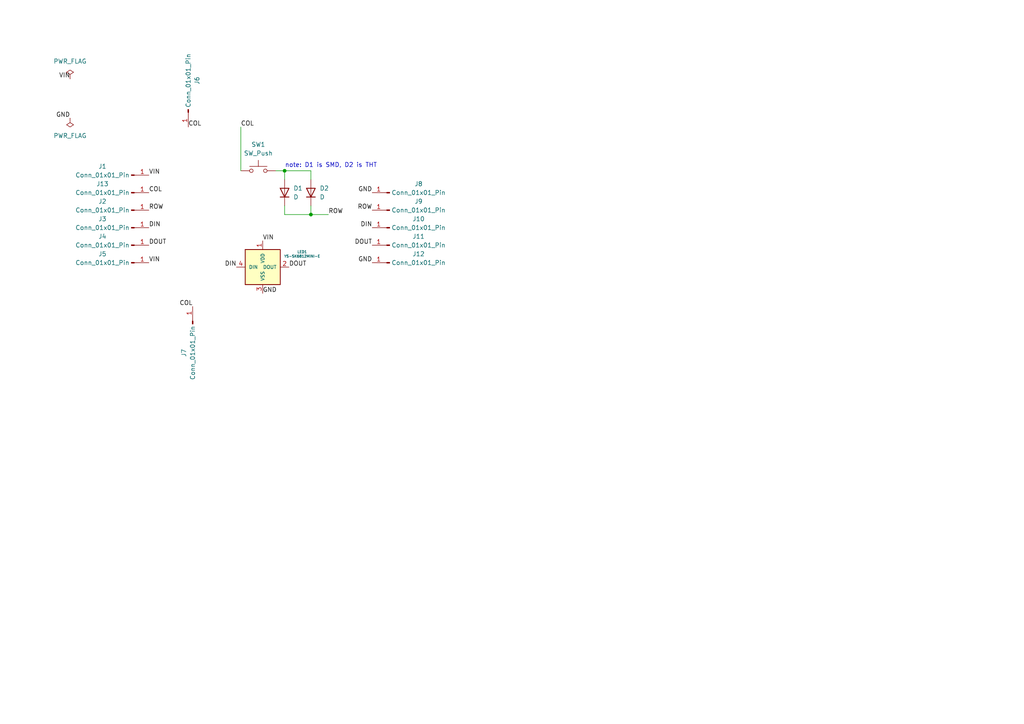
<source format=kicad_sch>
(kicad_sch
	(version 20231120)
	(generator "eeschema")
	(generator_version "8.0")
	(uuid "c8a42506-5122-4a95-8f41-6f18b2ccd900")
	(paper "A4")
	(lib_symbols
		(symbol "Connector:Conn_01x01_Pin"
			(pin_names
				(offset 1.016) hide)
			(exclude_from_sim no)
			(in_bom yes)
			(on_board yes)
			(property "Reference" "J"
				(at 0 2.54 0)
				(effects
					(font
						(size 1.27 1.27)
					)
				)
			)
			(property "Value" "Conn_01x01_Pin"
				(at 0 -2.54 0)
				(effects
					(font
						(size 1.27 1.27)
					)
				)
			)
			(property "Footprint" ""
				(at 0 0 0)
				(effects
					(font
						(size 1.27 1.27)
					)
					(hide yes)
				)
			)
			(property "Datasheet" "~"
				(at 0 0 0)
				(effects
					(font
						(size 1.27 1.27)
					)
					(hide yes)
				)
			)
			(property "Description" "Generic connector, single row, 01x01, script generated"
				(at 0 0 0)
				(effects
					(font
						(size 1.27 1.27)
					)
					(hide yes)
				)
			)
			(property "ki_locked" ""
				(at 0 0 0)
				(effects
					(font
						(size 1.27 1.27)
					)
				)
			)
			(property "ki_keywords" "connector"
				(at 0 0 0)
				(effects
					(font
						(size 1.27 1.27)
					)
					(hide yes)
				)
			)
			(property "ki_fp_filters" "Connector*:*_1x??_*"
				(at 0 0 0)
				(effects
					(font
						(size 1.27 1.27)
					)
					(hide yes)
				)
			)
			(symbol "Conn_01x01_Pin_1_1"
				(polyline
					(pts
						(xy 1.27 0) (xy 0.8636 0)
					)
					(stroke
						(width 0.1524)
						(type default)
					)
					(fill
						(type none)
					)
				)
				(rectangle
					(start 0.8636 0.127)
					(end 0 -0.127)
					(stroke
						(width 0.1524)
						(type default)
					)
					(fill
						(type outline)
					)
				)
				(pin passive line
					(at 5.08 0 180)
					(length 3.81)
					(name "Pin_1"
						(effects
							(font
								(size 1.27 1.27)
							)
						)
					)
					(number "1"
						(effects
							(font
								(size 1.27 1.27)
							)
						)
					)
				)
			)
		)
		(symbol "Device:D"
			(pin_numbers hide)
			(pin_names
				(offset 1.016) hide)
			(exclude_from_sim no)
			(in_bom yes)
			(on_board yes)
			(property "Reference" "D"
				(at 0 2.54 0)
				(effects
					(font
						(size 1.27 1.27)
					)
				)
			)
			(property "Value" "D"
				(at 0 -2.54 0)
				(effects
					(font
						(size 1.27 1.27)
					)
				)
			)
			(property "Footprint" ""
				(at 0 0 0)
				(effects
					(font
						(size 1.27 1.27)
					)
					(hide yes)
				)
			)
			(property "Datasheet" "~"
				(at 0 0 0)
				(effects
					(font
						(size 1.27 1.27)
					)
					(hide yes)
				)
			)
			(property "Description" "Diode"
				(at 0 0 0)
				(effects
					(font
						(size 1.27 1.27)
					)
					(hide yes)
				)
			)
			(property "Sim.Device" "D"
				(at 0 0 0)
				(effects
					(font
						(size 1.27 1.27)
					)
					(hide yes)
				)
			)
			(property "Sim.Pins" "1=K 2=A"
				(at 0 0 0)
				(effects
					(font
						(size 1.27 1.27)
					)
					(hide yes)
				)
			)
			(property "ki_keywords" "diode"
				(at 0 0 0)
				(effects
					(font
						(size 1.27 1.27)
					)
					(hide yes)
				)
			)
			(property "ki_fp_filters" "TO-???* *_Diode_* *SingleDiode* D_*"
				(at 0 0 0)
				(effects
					(font
						(size 1.27 1.27)
					)
					(hide yes)
				)
			)
			(symbol "D_0_1"
				(polyline
					(pts
						(xy -1.27 1.27) (xy -1.27 -1.27)
					)
					(stroke
						(width 0.254)
						(type default)
					)
					(fill
						(type none)
					)
				)
				(polyline
					(pts
						(xy 1.27 0) (xy -1.27 0)
					)
					(stroke
						(width 0)
						(type default)
					)
					(fill
						(type none)
					)
				)
				(polyline
					(pts
						(xy 1.27 1.27) (xy 1.27 -1.27) (xy -1.27 0) (xy 1.27 1.27)
					)
					(stroke
						(width 0.254)
						(type default)
					)
					(fill
						(type none)
					)
				)
			)
			(symbol "D_1_1"
				(pin passive line
					(at -3.81 0 0)
					(length 2.54)
					(name "K"
						(effects
							(font
								(size 1.27 1.27)
							)
						)
					)
					(number "1"
						(effects
							(font
								(size 1.27 1.27)
							)
						)
					)
				)
				(pin passive line
					(at 3.81 0 180)
					(length 2.54)
					(name "A"
						(effects
							(font
								(size 1.27 1.27)
							)
						)
					)
					(number "2"
						(effects
							(font
								(size 1.27 1.27)
							)
						)
					)
				)
			)
		)
		(symbol "Switch:SW_Push"
			(pin_numbers hide)
			(pin_names
				(offset 1.016) hide)
			(exclude_from_sim no)
			(in_bom yes)
			(on_board yes)
			(property "Reference" "SW"
				(at 1.27 2.54 0)
				(effects
					(font
						(size 1.27 1.27)
					)
					(justify left)
				)
			)
			(property "Value" "SW_Push"
				(at 0 -1.524 0)
				(effects
					(font
						(size 1.27 1.27)
					)
				)
			)
			(property "Footprint" ""
				(at 0 5.08 0)
				(effects
					(font
						(size 1.27 1.27)
					)
					(hide yes)
				)
			)
			(property "Datasheet" "~"
				(at 0 5.08 0)
				(effects
					(font
						(size 1.27 1.27)
					)
					(hide yes)
				)
			)
			(property "Description" "Push button switch, generic, two pins"
				(at 0 0 0)
				(effects
					(font
						(size 1.27 1.27)
					)
					(hide yes)
				)
			)
			(property "ki_keywords" "switch normally-open pushbutton push-button"
				(at 0 0 0)
				(effects
					(font
						(size 1.27 1.27)
					)
					(hide yes)
				)
			)
			(symbol "SW_Push_0_1"
				(circle
					(center -2.032 0)
					(radius 0.508)
					(stroke
						(width 0)
						(type default)
					)
					(fill
						(type none)
					)
				)
				(polyline
					(pts
						(xy 0 1.27) (xy 0 3.048)
					)
					(stroke
						(width 0)
						(type default)
					)
					(fill
						(type none)
					)
				)
				(polyline
					(pts
						(xy 2.54 1.27) (xy -2.54 1.27)
					)
					(stroke
						(width 0)
						(type default)
					)
					(fill
						(type none)
					)
				)
				(circle
					(center 2.032 0)
					(radius 0.508)
					(stroke
						(width 0)
						(type default)
					)
					(fill
						(type none)
					)
				)
				(pin passive line
					(at -5.08 0 0)
					(length 2.54)
					(name "1"
						(effects
							(font
								(size 1.27 1.27)
							)
						)
					)
					(number "1"
						(effects
							(font
								(size 1.27 1.27)
							)
						)
					)
				)
				(pin passive line
					(at 5.08 0 180)
					(length 2.54)
					(name "2"
						(effects
							(font
								(size 1.27 1.27)
							)
						)
					)
					(number "2"
						(effects
							(font
								(size 1.27 1.27)
							)
						)
					)
				)
			)
		)
		(symbol "kbd:YS-SK6812MINI-E"
			(pin_names
				(offset 1.016)
			)
			(exclude_from_sim no)
			(in_bom yes)
			(on_board yes)
			(property "Reference" "LED"
				(at 2.54 -7.62 0)
				(effects
					(font
						(size 0.7366 0.7366)
					)
				)
			)
			(property "Value" "YS-SK6812MINI-E"
				(at 6.35 -6.35 0)
				(effects
					(font
						(size 0.7366 0.7366)
					)
				)
			)
			(property "Footprint" ""
				(at 2.54 -6.35 0)
				(effects
					(font
						(size 1.27 1.27)
					)
					(hide yes)
				)
			)
			(property "Datasheet" ""
				(at 2.54 -6.35 0)
				(effects
					(font
						(size 1.27 1.27)
					)
					(hide yes)
				)
			)
			(property "Description" ""
				(at 0 0 0)
				(effects
					(font
						(size 1.27 1.27)
					)
					(hide yes)
				)
			)
			(symbol "YS-SK6812MINI-E_0_1"
				(rectangle
					(start -5.08 5.08)
					(end 5.08 -5.08)
					(stroke
						(width 0.254)
						(type solid)
					)
					(fill
						(type background)
					)
				)
			)
			(symbol "YS-SK6812MINI-E_1_1"
				(pin power_in line
					(at 0 7.62 270)
					(length 2.54)
					(name "VDD"
						(effects
							(font
								(size 0.9906 0.9906)
							)
						)
					)
					(number "1"
						(effects
							(font
								(size 1.27 1.27)
							)
						)
					)
				)
				(pin output line
					(at 7.62 0 180)
					(length 2.54)
					(name "DOUT"
						(effects
							(font
								(size 0.9906 0.9906)
							)
						)
					)
					(number "2"
						(effects
							(font
								(size 1.27 1.27)
							)
						)
					)
				)
				(pin power_in line
					(at 0 -7.62 90)
					(length 2.54)
					(name "VSS"
						(effects
							(font
								(size 0.9906 0.9906)
							)
						)
					)
					(number "3"
						(effects
							(font
								(size 1.27 1.27)
							)
						)
					)
				)
				(pin input line
					(at -7.62 0 0)
					(length 2.54)
					(name "DIN"
						(effects
							(font
								(size 0.9906 0.9906)
							)
						)
					)
					(number "4"
						(effects
							(font
								(size 1.27 1.27)
							)
						)
					)
				)
			)
		)
		(symbol "power:PWR_FLAG"
			(power)
			(pin_numbers hide)
			(pin_names
				(offset 0) hide)
			(exclude_from_sim no)
			(in_bom yes)
			(on_board yes)
			(property "Reference" "#FLG"
				(at 0 1.905 0)
				(effects
					(font
						(size 1.27 1.27)
					)
					(hide yes)
				)
			)
			(property "Value" "PWR_FLAG"
				(at 0 3.81 0)
				(effects
					(font
						(size 1.27 1.27)
					)
				)
			)
			(property "Footprint" ""
				(at 0 0 0)
				(effects
					(font
						(size 1.27 1.27)
					)
					(hide yes)
				)
			)
			(property "Datasheet" "~"
				(at 0 0 0)
				(effects
					(font
						(size 1.27 1.27)
					)
					(hide yes)
				)
			)
			(property "Description" "Special symbol for telling ERC where power comes from"
				(at 0 0 0)
				(effects
					(font
						(size 1.27 1.27)
					)
					(hide yes)
				)
			)
			(property "ki_keywords" "flag power"
				(at 0 0 0)
				(effects
					(font
						(size 1.27 1.27)
					)
					(hide yes)
				)
			)
			(symbol "PWR_FLAG_0_0"
				(pin power_out line
					(at 0 0 90)
					(length 0)
					(name "~"
						(effects
							(font
								(size 1.27 1.27)
							)
						)
					)
					(number "1"
						(effects
							(font
								(size 1.27 1.27)
							)
						)
					)
				)
			)
			(symbol "PWR_FLAG_0_1"
				(polyline
					(pts
						(xy 0 0) (xy 0 1.27) (xy -1.016 1.905) (xy 0 2.54) (xy 1.016 1.905) (xy 0 1.27)
					)
					(stroke
						(width 0)
						(type default)
					)
					(fill
						(type none)
					)
				)
			)
		)
	)
	(junction
		(at 90.17 62.23)
		(diameter 0)
		(color 0 0 0 0)
		(uuid "28a7eca0-3d97-4db7-85e1-560dbb6a4471")
	)
	(junction
		(at 82.55 49.53)
		(diameter 0)
		(color 0 0 0 0)
		(uuid "a18b01dc-0ee8-486f-b173-c08c93665153")
	)
	(wire
		(pts
			(xy 82.55 49.53) (xy 90.17 49.53)
		)
		(stroke
			(width 0)
			(type default)
		)
		(uuid "0d163bca-d4d6-4b17-ac75-c7bcc6668098")
	)
	(wire
		(pts
			(xy 69.85 36.83) (xy 69.85 49.53)
		)
		(stroke
			(width 0)
			(type default)
		)
		(uuid "2a5afcb0-54c2-47fa-b0e6-f086b238457a")
	)
	(wire
		(pts
			(xy 80.01 49.53) (xy 82.55 49.53)
		)
		(stroke
			(width 0)
			(type default)
		)
		(uuid "5ce41ad8-43f2-4da4-9657-7c235738081b")
	)
	(wire
		(pts
			(xy 82.55 49.53) (xy 82.55 52.07)
		)
		(stroke
			(width 0)
			(type default)
		)
		(uuid "61c23ed4-ca0a-4a92-b299-818f6ab62183")
	)
	(wire
		(pts
			(xy 90.17 62.23) (xy 95.25 62.23)
		)
		(stroke
			(width 0)
			(type default)
		)
		(uuid "65ab452e-c622-4ac6-9f76-d7521d6c3d46")
	)
	(wire
		(pts
			(xy 90.17 49.53) (xy 90.17 52.07)
		)
		(stroke
			(width 0)
			(type default)
		)
		(uuid "689ee33b-d7c8-43e8-9143-e3ac337027bf")
	)
	(wire
		(pts
			(xy 82.55 62.23) (xy 90.17 62.23)
		)
		(stroke
			(width 0)
			(type default)
		)
		(uuid "7500448b-74fc-4461-b9f6-792c44011524")
	)
	(wire
		(pts
			(xy 82.55 62.23) (xy 82.55 59.69)
		)
		(stroke
			(width 0)
			(type default)
		)
		(uuid "e85a63fa-afa6-43d0-a89f-5d515e315286")
	)
	(wire
		(pts
			(xy 90.17 59.69) (xy 90.17 62.23)
		)
		(stroke
			(width 0)
			(type default)
		)
		(uuid "ea552172-8565-405b-9f96-9dff5dad8df8")
	)
	(text "note: D1 is SMD, D2 is THT"
		(exclude_from_sim no)
		(at 96.012 48.006 0)
		(effects
			(font
				(size 1.27 1.27)
			)
		)
		(uuid "d2a7c14e-4811-43dd-acbe-75ccf201d17a")
	)
	(label "VIN"
		(at 20.32 22.86 180)
		(effects
			(font
				(size 1.27 1.27)
			)
			(justify right bottom)
		)
		(uuid "0ecbf98b-0c07-4739-a80c-51ad4c1a73b8")
	)
	(label "ROW"
		(at 95.25 62.23 0)
		(effects
			(font
				(size 1.27 1.27)
			)
			(justify left bottom)
		)
		(uuid "17f35b8e-05e0-4193-ab7c-5b37d2ce9804")
	)
	(label "DOUT"
		(at 43.18 71.12 0)
		(effects
			(font
				(size 1.27 1.27)
			)
			(justify left bottom)
		)
		(uuid "19a7105f-7ed4-4cf8-aa68-f3e407c3a34c")
	)
	(label "GND"
		(at 20.32 34.29 180)
		(effects
			(font
				(size 1.27 1.27)
			)
			(justify right bottom)
		)
		(uuid "22d94217-5a3d-4add-ad55-a54c26b7e106")
	)
	(label "DIN"
		(at 107.95 66.04 180)
		(effects
			(font
				(size 1.27 1.27)
			)
			(justify right bottom)
		)
		(uuid "39f2281d-51c9-474b-b689-c4ad8cd31d55")
	)
	(label "COL"
		(at 55.88 88.9 180)
		(effects
			(font
				(size 1.27 1.27)
			)
			(justify right bottom)
		)
		(uuid "54b48606-4457-4c26-a38a-1112879c3f69")
	)
	(label "COL"
		(at 69.85 36.83 0)
		(effects
			(font
				(size 1.27 1.27)
			)
			(justify left bottom)
		)
		(uuid "69470a93-7f30-4bd7-b858-aec9a959db4a")
	)
	(label "COL"
		(at 54.61 36.83 0)
		(effects
			(font
				(size 1.27 1.27)
			)
			(justify left bottom)
		)
		(uuid "70b2a07f-d13d-4ee5-b61f-193fcce4446c")
	)
	(label "GND"
		(at 107.95 76.2 180)
		(effects
			(font
				(size 1.27 1.27)
			)
			(justify right bottom)
		)
		(uuid "87a32993-cf3c-4b07-8e18-0d943cc047ec")
	)
	(label "ROW"
		(at 107.95 60.96 180)
		(effects
			(font
				(size 1.27 1.27)
			)
			(justify right bottom)
		)
		(uuid "8ea9829d-6f4a-4caf-b8fe-152275b94e51")
	)
	(label "GND"
		(at 76.2 85.09 0)
		(effects
			(font
				(size 1.27 1.27)
			)
			(justify left bottom)
		)
		(uuid "9083e3af-608c-4800-bce2-a8ee7990e231")
	)
	(label "DIN"
		(at 43.18 66.04 0)
		(effects
			(font
				(size 1.27 1.27)
			)
			(justify left bottom)
		)
		(uuid "96e4e81b-7d3c-4a3c-8cb5-cc065b112276")
	)
	(label "DOUT"
		(at 83.82 77.47 0)
		(effects
			(font
				(size 1.27 1.27)
			)
			(justify left bottom)
		)
		(uuid "9b446298-a972-460d-8c3d-0f010153c1f7")
	)
	(label "VIN"
		(at 43.18 50.8 0)
		(effects
			(font
				(size 1.27 1.27)
			)
			(justify left bottom)
		)
		(uuid "b2f49111-175e-42d4-a5b4-f5a2f817fcd8")
	)
	(label "VIN"
		(at 76.2 69.85 0)
		(effects
			(font
				(size 1.27 1.27)
			)
			(justify left bottom)
		)
		(uuid "b47e3146-1fe4-4189-af79-2ccbfe13b42d")
	)
	(label "COL"
		(at 43.18 55.88 0)
		(effects
			(font
				(size 1.27 1.27)
			)
			(justify left bottom)
		)
		(uuid "c2249eb9-e446-49e6-a777-9f3ed2a34cda")
	)
	(label "VIN"
		(at 43.18 76.2 0)
		(effects
			(font
				(size 1.27 1.27)
			)
			(justify left bottom)
		)
		(uuid "c3003ad6-a5d3-4c92-84a9-93c5a8dc23f9")
	)
	(label "DOUT"
		(at 107.95 71.12 180)
		(effects
			(font
				(size 1.27 1.27)
			)
			(justify right bottom)
		)
		(uuid "caf621df-cb91-4aee-9f3f-aa6ecfa80adc")
	)
	(label "ROW"
		(at 43.18 60.96 0)
		(effects
			(font
				(size 1.27 1.27)
			)
			(justify left bottom)
		)
		(uuid "d2ad5e09-eaef-4321-bc32-7154c2281098")
	)
	(label "DIN"
		(at 68.58 77.47 180)
		(effects
			(font
				(size 1.27 1.27)
			)
			(justify right bottom)
		)
		(uuid "dbedcfec-1272-43e5-8f93-4b433a4cbe4e")
	)
	(label "GND"
		(at 107.95 55.88 180)
		(effects
			(font
				(size 1.27 1.27)
			)
			(justify right bottom)
		)
		(uuid "f552743f-3a77-43df-bdc4-e9e793a86e20")
	)
	(symbol
		(lib_id "Connector:Conn_01x01_Pin")
		(at 38.1 55.88 0)
		(unit 1)
		(exclude_from_sim no)
		(in_bom yes)
		(on_board yes)
		(dnp no)
		(uuid "0a20f3e0-f0d6-4ad4-b630-7ed328e9cd46")
		(property "Reference" "J13"
			(at 29.718 53.34 0)
			(effects
				(font
					(size 1.27 1.27)
				)
			)
		)
		(property "Value" "Conn_01x01_Pin"
			(at 29.718 55.88 0)
			(effects
				(font
					(size 1.27 1.27)
				)
			)
		)
		(property "Footprint" "THT:THT_D1.7mm_D1.0mm_P2.54mm"
			(at 38.1 55.88 0)
			(effects
				(font
					(size 1.27 1.27)
				)
				(hide yes)
			)
		)
		(property "Datasheet" "~"
			(at 38.1 55.88 0)
			(effects
				(font
					(size 1.27 1.27)
				)
				(hide yes)
			)
		)
		(property "Description" "Generic connector, single row, 01x01, script generated"
			(at 38.1 55.88 0)
			(effects
				(font
					(size 1.27 1.27)
				)
				(hide yes)
			)
		)
		(pin "1"
			(uuid "607024a9-33d1-4158-b0a1-d9af58041ab3")
		)
		(instances
			(project "cherry_matrix"
				(path "/c8a42506-5122-4a95-8f41-6f18b2ccd900"
					(reference "J13")
					(unit 1)
				)
			)
		)
	)
	(symbol
		(lib_id "kbd:YS-SK6812MINI-E")
		(at 76.2 77.47 0)
		(unit 1)
		(exclude_from_sim no)
		(in_bom yes)
		(on_board yes)
		(dnp no)
		(fields_autoplaced yes)
		(uuid "0f5c418f-8d14-4e1a-bf1e-b24b79f6bdb8")
		(property "Reference" "LED1"
			(at 87.63 73.0565 0)
			(effects
				(font
					(size 0.7366 0.7366)
				)
			)
		)
		(property "Value" "YS-SK6812MINI-E"
			(at 87.63 74.3265 0)
			(effects
				(font
					(size 0.7366 0.7366)
				)
			)
		)
		(property "Footprint" "kbd:YS-SK6812MINI-E_Both"
			(at 78.74 83.82 0)
			(effects
				(font
					(size 1.27 1.27)
				)
				(hide yes)
			)
		)
		(property "Datasheet" ""
			(at 78.74 83.82 0)
			(effects
				(font
					(size 1.27 1.27)
				)
				(hide yes)
			)
		)
		(property "Description" ""
			(at 76.2 77.47 0)
			(effects
				(font
					(size 1.27 1.27)
				)
				(hide yes)
			)
		)
		(pin "4"
			(uuid "0a6b3451-112f-4acf-9b0e-361557251b34")
		)
		(pin "2"
			(uuid "1a8e201d-8381-46ba-a2b3-7e3b88b32e5d")
		)
		(pin "3"
			(uuid "c8bbe428-2483-4c53-b8dd-269b5ddc3d11")
		)
		(pin "1"
			(uuid "9e217c20-0c04-4c17-a977-480fa60a0277")
		)
		(instances
			(project "cherry_matrix"
				(path "/c8a42506-5122-4a95-8f41-6f18b2ccd900"
					(reference "LED1")
					(unit 1)
				)
			)
		)
	)
	(symbol
		(lib_id "Switch:SW_Push")
		(at 74.93 49.53 0)
		(unit 1)
		(exclude_from_sim no)
		(in_bom yes)
		(on_board yes)
		(dnp no)
		(fields_autoplaced yes)
		(uuid "1bd19443-24df-46f6-9655-f1831df7ad9b")
		(property "Reference" "SW1"
			(at 74.93 41.91 0)
			(effects
				(font
					(size 1.27 1.27)
				)
			)
		)
		(property "Value" "SW_Push"
			(at 74.93 44.45 0)
			(effects
				(font
					(size 1.27 1.27)
				)
			)
		)
		(property "Footprint" "kbd:keyswitch_cherrymx_hotswap_1u"
			(at 74.93 44.45 0)
			(effects
				(font
					(size 1.27 1.27)
				)
				(hide yes)
			)
		)
		(property "Datasheet" "~"
			(at 74.93 44.45 0)
			(effects
				(font
					(size 1.27 1.27)
				)
				(hide yes)
			)
		)
		(property "Description" "Push button switch, generic, two pins"
			(at 74.93 49.53 0)
			(effects
				(font
					(size 1.27 1.27)
				)
				(hide yes)
			)
		)
		(pin "2"
			(uuid "0a164c19-c353-4662-ab73-3e6837d93dd6")
		)
		(pin "1"
			(uuid "7f7af588-8f91-4e58-b58c-be44288c80b5")
		)
		(instances
			(project ""
				(path "/c8a42506-5122-4a95-8f41-6f18b2ccd900"
					(reference "SW1")
					(unit 1)
				)
			)
		)
	)
	(symbol
		(lib_id "power:PWR_FLAG")
		(at 20.32 22.86 0)
		(unit 1)
		(exclude_from_sim no)
		(in_bom yes)
		(on_board yes)
		(dnp no)
		(fields_autoplaced yes)
		(uuid "2129875a-5791-4a47-ac36-a0dc40a7cce3")
		(property "Reference" "#FLG01"
			(at 20.32 20.955 0)
			(effects
				(font
					(size 1.27 1.27)
				)
				(hide yes)
			)
		)
		(property "Value" "PWR_FLAG"
			(at 20.32 17.78 0)
			(effects
				(font
					(size 1.27 1.27)
				)
			)
		)
		(property "Footprint" ""
			(at 20.32 22.86 0)
			(effects
				(font
					(size 1.27 1.27)
				)
				(hide yes)
			)
		)
		(property "Datasheet" "~"
			(at 20.32 22.86 0)
			(effects
				(font
					(size 1.27 1.27)
				)
				(hide yes)
			)
		)
		(property "Description" "Special symbol for telling ERC where power comes from"
			(at 20.32 22.86 0)
			(effects
				(font
					(size 1.27 1.27)
				)
				(hide yes)
			)
		)
		(pin "1"
			(uuid "8ca6b20f-2b7a-4e78-bd71-ff2af5a925a8")
		)
		(instances
			(project "cherry_matrix"
				(path "/c8a42506-5122-4a95-8f41-6f18b2ccd900"
					(reference "#FLG01")
					(unit 1)
				)
			)
		)
	)
	(symbol
		(lib_id "Device:D")
		(at 82.55 55.88 90)
		(unit 1)
		(exclude_from_sim no)
		(in_bom yes)
		(on_board yes)
		(dnp no)
		(fields_autoplaced yes)
		(uuid "3a89d5ef-634a-4998-bf88-9706748c9ddc")
		(property "Reference" "D1"
			(at 85.09 54.6099 90)
			(effects
				(font
					(size 1.27 1.27)
				)
				(justify right)
			)
		)
		(property "Value" "D"
			(at 85.09 57.1499 90)
			(effects
				(font
					(size 1.27 1.27)
				)
				(justify right)
			)
		)
		(property "Footprint" "Diode_SMD:D_SOD-323_HandSoldering"
			(at 82.55 55.88 0)
			(effects
				(font
					(size 1.27 1.27)
				)
				(hide yes)
			)
		)
		(property "Datasheet" "~"
			(at 82.55 55.88 0)
			(effects
				(font
					(size 1.27 1.27)
				)
				(hide yes)
			)
		)
		(property "Description" "Diode"
			(at 82.55 55.88 0)
			(effects
				(font
					(size 1.27 1.27)
				)
				(hide yes)
			)
		)
		(property "Sim.Device" "D"
			(at 82.55 55.88 0)
			(effects
				(font
					(size 1.27 1.27)
				)
				(hide yes)
			)
		)
		(property "Sim.Pins" "1=K 2=A"
			(at 82.55 55.88 0)
			(effects
				(font
					(size 1.27 1.27)
				)
				(hide yes)
			)
		)
		(pin "1"
			(uuid "3e42a28e-c445-4f6a-9cc8-95a955e95b9d")
		)
		(pin "2"
			(uuid "8095bee8-f860-4f7d-9644-56bde1e23ac6")
		)
		(instances
			(project ""
				(path "/c8a42506-5122-4a95-8f41-6f18b2ccd900"
					(reference "D1")
					(unit 1)
				)
			)
		)
	)
	(symbol
		(lib_id "Connector:Conn_01x01_Pin")
		(at 55.88 93.98 90)
		(unit 1)
		(exclude_from_sim no)
		(in_bom yes)
		(on_board yes)
		(dnp no)
		(uuid "425308bf-04b5-442a-803e-2aea1828105e")
		(property "Reference" "J7"
			(at 53.34 102.362 0)
			(effects
				(font
					(size 1.27 1.27)
				)
			)
		)
		(property "Value" "Conn_01x01_Pin"
			(at 55.88 102.362 0)
			(effects
				(font
					(size 1.27 1.27)
				)
			)
		)
		(property "Footprint" "THT:THT_D1.7mm_D1.0mm_P2.54mm"
			(at 55.88 93.98 0)
			(effects
				(font
					(size 1.27 1.27)
				)
				(hide yes)
			)
		)
		(property "Datasheet" "~"
			(at 55.88 93.98 0)
			(effects
				(font
					(size 1.27 1.27)
				)
				(hide yes)
			)
		)
		(property "Description" "Generic connector, single row, 01x01, script generated"
			(at 55.88 93.98 0)
			(effects
				(font
					(size 1.27 1.27)
				)
				(hide yes)
			)
		)
		(pin "1"
			(uuid "dcea11e9-9866-4657-9e13-7f223957f192")
		)
		(instances
			(project "cherry_matrix"
				(path "/c8a42506-5122-4a95-8f41-6f18b2ccd900"
					(reference "J7")
					(unit 1)
				)
			)
		)
	)
	(symbol
		(lib_id "Connector:Conn_01x01_Pin")
		(at 38.1 66.04 0)
		(unit 1)
		(exclude_from_sim no)
		(in_bom yes)
		(on_board yes)
		(dnp no)
		(uuid "4ddddf30-51d4-441a-a6d8-54862bb2bc6b")
		(property "Reference" "J3"
			(at 29.718 63.5 0)
			(effects
				(font
					(size 1.27 1.27)
				)
			)
		)
		(property "Value" "Conn_01x01_Pin"
			(at 29.718 66.04 0)
			(effects
				(font
					(size 1.27 1.27)
				)
			)
		)
		(property "Footprint" "THT:THT_D1.7mm_D1.0mm_P2.54mm"
			(at 38.1 66.04 0)
			(effects
				(font
					(size 1.27 1.27)
				)
				(hide yes)
			)
		)
		(property "Datasheet" "~"
			(at 38.1 66.04 0)
			(effects
				(font
					(size 1.27 1.27)
				)
				(hide yes)
			)
		)
		(property "Description" "Generic connector, single row, 01x01, script generated"
			(at 38.1 66.04 0)
			(effects
				(font
					(size 1.27 1.27)
				)
				(hide yes)
			)
		)
		(pin "1"
			(uuid "aff56e3f-db16-408f-abce-9e0615279d11")
		)
		(instances
			(project "cherry_matrix"
				(path "/c8a42506-5122-4a95-8f41-6f18b2ccd900"
					(reference "J3")
					(unit 1)
				)
			)
		)
	)
	(symbol
		(lib_id "Connector:Conn_01x01_Pin")
		(at 113.03 71.12 0)
		(mirror y)
		(unit 1)
		(exclude_from_sim no)
		(in_bom yes)
		(on_board yes)
		(dnp no)
		(uuid "6c87c146-fc69-42eb-ae8e-6b126354764a")
		(property "Reference" "J11"
			(at 121.412 68.58 0)
			(effects
				(font
					(size 1.27 1.27)
				)
			)
		)
		(property "Value" "Conn_01x01_Pin"
			(at 121.412 71.12 0)
			(effects
				(font
					(size 1.27 1.27)
				)
			)
		)
		(property "Footprint" "THT:THT_D1.7mm_D1.0mm_P2.54mm"
			(at 113.03 71.12 0)
			(effects
				(font
					(size 1.27 1.27)
				)
				(hide yes)
			)
		)
		(property "Datasheet" "~"
			(at 113.03 71.12 0)
			(effects
				(font
					(size 1.27 1.27)
				)
				(hide yes)
			)
		)
		(property "Description" "Generic connector, single row, 01x01, script generated"
			(at 113.03 71.12 0)
			(effects
				(font
					(size 1.27 1.27)
				)
				(hide yes)
			)
		)
		(pin "1"
			(uuid "5422323e-cd4b-4658-9538-3c159e07a777")
		)
		(instances
			(project "cherry_matrix"
				(path "/c8a42506-5122-4a95-8f41-6f18b2ccd900"
					(reference "J11")
					(unit 1)
				)
			)
		)
	)
	(symbol
		(lib_id "Connector:Conn_01x01_Pin")
		(at 54.61 31.75 270)
		(unit 1)
		(exclude_from_sim no)
		(in_bom yes)
		(on_board yes)
		(dnp no)
		(uuid "71eb1006-d63c-4103-a510-dce566bdef45")
		(property "Reference" "J6"
			(at 57.15 23.368 0)
			(effects
				(font
					(size 1.27 1.27)
				)
			)
		)
		(property "Value" "Conn_01x01_Pin"
			(at 54.61 23.368 0)
			(effects
				(font
					(size 1.27 1.27)
				)
			)
		)
		(property "Footprint" "THT:THT_D1.7mm_D1.0mm_P2.54mm"
			(at 54.61 31.75 0)
			(effects
				(font
					(size 1.27 1.27)
				)
				(hide yes)
			)
		)
		(property "Datasheet" "~"
			(at 54.61 31.75 0)
			(effects
				(font
					(size 1.27 1.27)
				)
				(hide yes)
			)
		)
		(property "Description" "Generic connector, single row, 01x01, script generated"
			(at 54.61 31.75 0)
			(effects
				(font
					(size 1.27 1.27)
				)
				(hide yes)
			)
		)
		(pin "1"
			(uuid "cab4f12a-a2ea-4f00-8cc8-e3490b03fedd")
		)
		(instances
			(project "cherry_matrix"
				(path "/c8a42506-5122-4a95-8f41-6f18b2ccd900"
					(reference "J6")
					(unit 1)
				)
			)
		)
	)
	(symbol
		(lib_id "Connector:Conn_01x01_Pin")
		(at 38.1 60.96 0)
		(unit 1)
		(exclude_from_sim no)
		(in_bom yes)
		(on_board yes)
		(dnp no)
		(uuid "7423266e-6e16-43d3-9dd8-5ba0a17c9333")
		(property "Reference" "J2"
			(at 29.718 58.42 0)
			(effects
				(font
					(size 1.27 1.27)
				)
			)
		)
		(property "Value" "Conn_01x01_Pin"
			(at 29.718 60.96 0)
			(effects
				(font
					(size 1.27 1.27)
				)
			)
		)
		(property "Footprint" "THT:THT_D1.7mm_D1.0mm_P2.54mm"
			(at 38.1 60.96 0)
			(effects
				(font
					(size 1.27 1.27)
				)
				(hide yes)
			)
		)
		(property "Datasheet" "~"
			(at 38.1 60.96 0)
			(effects
				(font
					(size 1.27 1.27)
				)
				(hide yes)
			)
		)
		(property "Description" "Generic connector, single row, 01x01, script generated"
			(at 38.1 60.96 0)
			(effects
				(font
					(size 1.27 1.27)
				)
				(hide yes)
			)
		)
		(pin "1"
			(uuid "685344cf-8150-4192-a8ba-0d611236e0c5")
		)
		(instances
			(project "cherry_matrix"
				(path "/c8a42506-5122-4a95-8f41-6f18b2ccd900"
					(reference "J2")
					(unit 1)
				)
			)
		)
	)
	(symbol
		(lib_id "Connector:Conn_01x01_Pin")
		(at 38.1 76.2 0)
		(unit 1)
		(exclude_from_sim no)
		(in_bom yes)
		(on_board yes)
		(dnp no)
		(uuid "8a54b308-c53b-4826-bb02-71940e52c051")
		(property "Reference" "J5"
			(at 29.718 73.66 0)
			(effects
				(font
					(size 1.27 1.27)
				)
			)
		)
		(property "Value" "Conn_01x01_Pin"
			(at 29.718 76.2 0)
			(effects
				(font
					(size 1.27 1.27)
				)
			)
		)
		(property "Footprint" "THT:THT_D1.7mm_D1.0mm_P2.54mm"
			(at 38.1 76.2 0)
			(effects
				(font
					(size 1.27 1.27)
				)
				(hide yes)
			)
		)
		(property "Datasheet" "~"
			(at 38.1 76.2 0)
			(effects
				(font
					(size 1.27 1.27)
				)
				(hide yes)
			)
		)
		(property "Description" "Generic connector, single row, 01x01, script generated"
			(at 38.1 76.2 0)
			(effects
				(font
					(size 1.27 1.27)
				)
				(hide yes)
			)
		)
		(pin "1"
			(uuid "a9633163-62be-4baf-acb8-837d17f5526d")
		)
		(instances
			(project "cherry_matrix"
				(path "/c8a42506-5122-4a95-8f41-6f18b2ccd900"
					(reference "J5")
					(unit 1)
				)
			)
		)
	)
	(symbol
		(lib_id "Connector:Conn_01x01_Pin")
		(at 113.03 60.96 0)
		(mirror y)
		(unit 1)
		(exclude_from_sim no)
		(in_bom yes)
		(on_board yes)
		(dnp no)
		(uuid "a8f63a94-b080-4a2b-9416-77aeca1b54af")
		(property "Reference" "J9"
			(at 121.412 58.42 0)
			(effects
				(font
					(size 1.27 1.27)
				)
			)
		)
		(property "Value" "Conn_01x01_Pin"
			(at 121.412 60.96 0)
			(effects
				(font
					(size 1.27 1.27)
				)
			)
		)
		(property "Footprint" "THT:THT_D1.7mm_D1.0mm_P2.54mm"
			(at 113.03 60.96 0)
			(effects
				(font
					(size 1.27 1.27)
				)
				(hide yes)
			)
		)
		(property "Datasheet" "~"
			(at 113.03 60.96 0)
			(effects
				(font
					(size 1.27 1.27)
				)
				(hide yes)
			)
		)
		(property "Description" "Generic connector, single row, 01x01, script generated"
			(at 113.03 60.96 0)
			(effects
				(font
					(size 1.27 1.27)
				)
				(hide yes)
			)
		)
		(pin "1"
			(uuid "253ac2a3-1801-4e47-b868-5218c00cbe59")
		)
		(instances
			(project "cherry_matrix"
				(path "/c8a42506-5122-4a95-8f41-6f18b2ccd900"
					(reference "J9")
					(unit 1)
				)
			)
		)
	)
	(symbol
		(lib_id "Connector:Conn_01x01_Pin")
		(at 38.1 50.8 0)
		(unit 1)
		(exclude_from_sim no)
		(in_bom yes)
		(on_board yes)
		(dnp no)
		(uuid "aab12770-1f7a-44ed-8d45-b16ed79af5fd")
		(property "Reference" "J1"
			(at 29.718 48.26 0)
			(effects
				(font
					(size 1.27 1.27)
				)
			)
		)
		(property "Value" "Conn_01x01_Pin"
			(at 29.718 50.8 0)
			(effects
				(font
					(size 1.27 1.27)
				)
			)
		)
		(property "Footprint" "THT:THT_D1.7mm_D1.0mm_P2.54mm"
			(at 38.1 50.8 0)
			(effects
				(font
					(size 1.27 1.27)
				)
				(hide yes)
			)
		)
		(property "Datasheet" "~"
			(at 38.1 50.8 0)
			(effects
				(font
					(size 1.27 1.27)
				)
				(hide yes)
			)
		)
		(property "Description" "Generic connector, single row, 01x01, script generated"
			(at 38.1 50.8 0)
			(effects
				(font
					(size 1.27 1.27)
				)
				(hide yes)
			)
		)
		(pin "1"
			(uuid "0f69ee83-cabd-420b-9441-2a7ba25e2705")
		)
		(instances
			(project "cherry_matrix"
				(path "/c8a42506-5122-4a95-8f41-6f18b2ccd900"
					(reference "J1")
					(unit 1)
				)
			)
		)
	)
	(symbol
		(lib_id "Device:D")
		(at 90.17 55.88 90)
		(unit 1)
		(exclude_from_sim no)
		(in_bom yes)
		(on_board yes)
		(dnp no)
		(fields_autoplaced yes)
		(uuid "b0191b5e-0746-4513-a354-3f1869cc921f")
		(property "Reference" "D2"
			(at 92.71 54.6099 90)
			(effects
				(font
					(size 1.27 1.27)
				)
				(justify right)
			)
		)
		(property "Value" "D"
			(at 92.71 57.1499 90)
			(effects
				(font
					(size 1.27 1.27)
				)
				(justify right)
			)
		)
		(property "Footprint" "Diode_THT:D_DO-41_SOD81_P7.62mm_Horizontal"
			(at 90.17 55.88 0)
			(effects
				(font
					(size 1.27 1.27)
				)
				(hide yes)
			)
		)
		(property "Datasheet" "~"
			(at 90.17 55.88 0)
			(effects
				(font
					(size 1.27 1.27)
				)
				(hide yes)
			)
		)
		(property "Description" "Diode"
			(at 90.17 55.88 0)
			(effects
				(font
					(size 1.27 1.27)
				)
				(hide yes)
			)
		)
		(property "Sim.Device" "D"
			(at 90.17 55.88 0)
			(effects
				(font
					(size 1.27 1.27)
				)
				(hide yes)
			)
		)
		(property "Sim.Pins" "1=K 2=A"
			(at 90.17 55.88 0)
			(effects
				(font
					(size 1.27 1.27)
				)
				(hide yes)
			)
		)
		(pin "1"
			(uuid "e4a809e8-bdef-408d-bfed-b5390eb5cc36")
		)
		(pin "2"
			(uuid "9c79c3c3-3ff5-4c60-8ffb-88c62c045dad")
		)
		(instances
			(project "cherry_matrix"
				(path "/c8a42506-5122-4a95-8f41-6f18b2ccd900"
					(reference "D2")
					(unit 1)
				)
			)
		)
	)
	(symbol
		(lib_id "Connector:Conn_01x01_Pin")
		(at 113.03 76.2 0)
		(mirror y)
		(unit 1)
		(exclude_from_sim no)
		(in_bom yes)
		(on_board yes)
		(dnp no)
		(uuid "bb503027-00a7-4f8c-b5f6-c41846929303")
		(property "Reference" "J12"
			(at 121.412 73.66 0)
			(effects
				(font
					(size 1.27 1.27)
				)
			)
		)
		(property "Value" "Conn_01x01_Pin"
			(at 121.412 76.2 0)
			(effects
				(font
					(size 1.27 1.27)
				)
			)
		)
		(property "Footprint" "THT:THT_D1.7mm_D1.0mm_P2.54mm"
			(at 113.03 76.2 0)
			(effects
				(font
					(size 1.27 1.27)
				)
				(hide yes)
			)
		)
		(property "Datasheet" "~"
			(at 113.03 76.2 0)
			(effects
				(font
					(size 1.27 1.27)
				)
				(hide yes)
			)
		)
		(property "Description" "Generic connector, single row, 01x01, script generated"
			(at 113.03 76.2 0)
			(effects
				(font
					(size 1.27 1.27)
				)
				(hide yes)
			)
		)
		(pin "1"
			(uuid "42353155-1e62-418d-8fe9-f366ce65c707")
		)
		(instances
			(project "cherry_matrix"
				(path "/c8a42506-5122-4a95-8f41-6f18b2ccd900"
					(reference "J12")
					(unit 1)
				)
			)
		)
	)
	(symbol
		(lib_id "Connector:Conn_01x01_Pin")
		(at 113.03 55.88 0)
		(mirror y)
		(unit 1)
		(exclude_from_sim no)
		(in_bom yes)
		(on_board yes)
		(dnp no)
		(uuid "c32e71a1-6e06-4a9e-a898-63fe48a69e77")
		(property "Reference" "J8"
			(at 121.412 53.34 0)
			(effects
				(font
					(size 1.27 1.27)
				)
			)
		)
		(property "Value" "Conn_01x01_Pin"
			(at 121.412 55.88 0)
			(effects
				(font
					(size 1.27 1.27)
				)
			)
		)
		(property "Footprint" "THT:THT_D1.7mm_D1.0mm_P2.54mm"
			(at 113.03 55.88 0)
			(effects
				(font
					(size 1.27 1.27)
				)
				(hide yes)
			)
		)
		(property "Datasheet" "~"
			(at 113.03 55.88 0)
			(effects
				(font
					(size 1.27 1.27)
				)
				(hide yes)
			)
		)
		(property "Description" "Generic connector, single row, 01x01, script generated"
			(at 113.03 55.88 0)
			(effects
				(font
					(size 1.27 1.27)
				)
				(hide yes)
			)
		)
		(pin "1"
			(uuid "ccf4b968-de99-47df-ac62-5e89a5c8be73")
		)
		(instances
			(project "cherry_matrix"
				(path "/c8a42506-5122-4a95-8f41-6f18b2ccd900"
					(reference "J8")
					(unit 1)
				)
			)
		)
	)
	(symbol
		(lib_id "power:PWR_FLAG")
		(at 20.32 34.29 180)
		(unit 1)
		(exclude_from_sim no)
		(in_bom yes)
		(on_board yes)
		(dnp no)
		(uuid "c67dfa3e-6ee1-4cbf-8e59-36f8d61a0e75")
		(property "Reference" "#FLG02"
			(at 20.32 36.195 0)
			(effects
				(font
					(size 1.27 1.27)
				)
				(hide yes)
			)
		)
		(property "Value" "PWR_FLAG"
			(at 20.32 39.37 0)
			(effects
				(font
					(size 1.27 1.27)
				)
			)
		)
		(property "Footprint" ""
			(at 20.32 34.29 0)
			(effects
				(font
					(size 1.27 1.27)
				)
				(hide yes)
			)
		)
		(property "Datasheet" "~"
			(at 20.32 34.29 0)
			(effects
				(font
					(size 1.27 1.27)
				)
				(hide yes)
			)
		)
		(property "Description" "Special symbol for telling ERC where power comes from"
			(at 20.32 34.29 0)
			(effects
				(font
					(size 1.27 1.27)
				)
				(hide yes)
			)
		)
		(pin "1"
			(uuid "ad66a0c5-1dc0-4341-a43f-93e8e7561cfa")
		)
		(instances
			(project "cherry_matrix"
				(path "/c8a42506-5122-4a95-8f41-6f18b2ccd900"
					(reference "#FLG02")
					(unit 1)
				)
			)
		)
	)
	(symbol
		(lib_id "Connector:Conn_01x01_Pin")
		(at 113.03 66.04 0)
		(mirror y)
		(unit 1)
		(exclude_from_sim no)
		(in_bom yes)
		(on_board yes)
		(dnp no)
		(uuid "f8e1aa6a-e1c6-4e31-aa87-608f94759e55")
		(property "Reference" "J10"
			(at 121.412 63.5 0)
			(effects
				(font
					(size 1.27 1.27)
				)
			)
		)
		(property "Value" "Conn_01x01_Pin"
			(at 121.412 66.04 0)
			(effects
				(font
					(size 1.27 1.27)
				)
			)
		)
		(property "Footprint" "THT:THT_D1.7mm_D1.0mm_P2.54mm"
			(at 113.03 66.04 0)
			(effects
				(font
					(size 1.27 1.27)
				)
				(hide yes)
			)
		)
		(property "Datasheet" "~"
			(at 113.03 66.04 0)
			(effects
				(font
					(size 1.27 1.27)
				)
				(hide yes)
			)
		)
		(property "Description" "Generic connector, single row, 01x01, script generated"
			(at 113.03 66.04 0)
			(effects
				(font
					(size 1.27 1.27)
				)
				(hide yes)
			)
		)
		(pin "1"
			(uuid "0aaf0f14-3122-4e69-a875-61b745bd0400")
		)
		(instances
			(project "cherry_matrix"
				(path "/c8a42506-5122-4a95-8f41-6f18b2ccd900"
					(reference "J10")
					(unit 1)
				)
			)
		)
	)
	(symbol
		(lib_id "Connector:Conn_01x01_Pin")
		(at 38.1 71.12 0)
		(unit 1)
		(exclude_from_sim no)
		(in_bom yes)
		(on_board yes)
		(dnp no)
		(uuid "fe778d26-ad54-41c7-9842-2ef9a8c8f2fb")
		(property "Reference" "J4"
			(at 29.718 68.58 0)
			(effects
				(font
					(size 1.27 1.27)
				)
			)
		)
		(property "Value" "Conn_01x01_Pin"
			(at 29.718 71.12 0)
			(effects
				(font
					(size 1.27 1.27)
				)
			)
		)
		(property "Footprint" "THT:THT_D1.7mm_D1.0mm_P2.54mm"
			(at 38.1 71.12 0)
			(effects
				(font
					(size 1.27 1.27)
				)
				(hide yes)
			)
		)
		(property "Datasheet" "~"
			(at 38.1 71.12 0)
			(effects
				(font
					(size 1.27 1.27)
				)
				(hide yes)
			)
		)
		(property "Description" "Generic connector, single row, 01x01, script generated"
			(at 38.1 71.12 0)
			(effects
				(font
					(size 1.27 1.27)
				)
				(hide yes)
			)
		)
		(pin "1"
			(uuid "29785dcd-a55c-4606-a4c9-a4d4ed960798")
		)
		(instances
			(project "cherry_matrix"
				(path "/c8a42506-5122-4a95-8f41-6f18b2ccd900"
					(reference "J4")
					(unit 1)
				)
			)
		)
	)
	(sheet_instances
		(path "/"
			(page "1")
		)
	)
)

</source>
